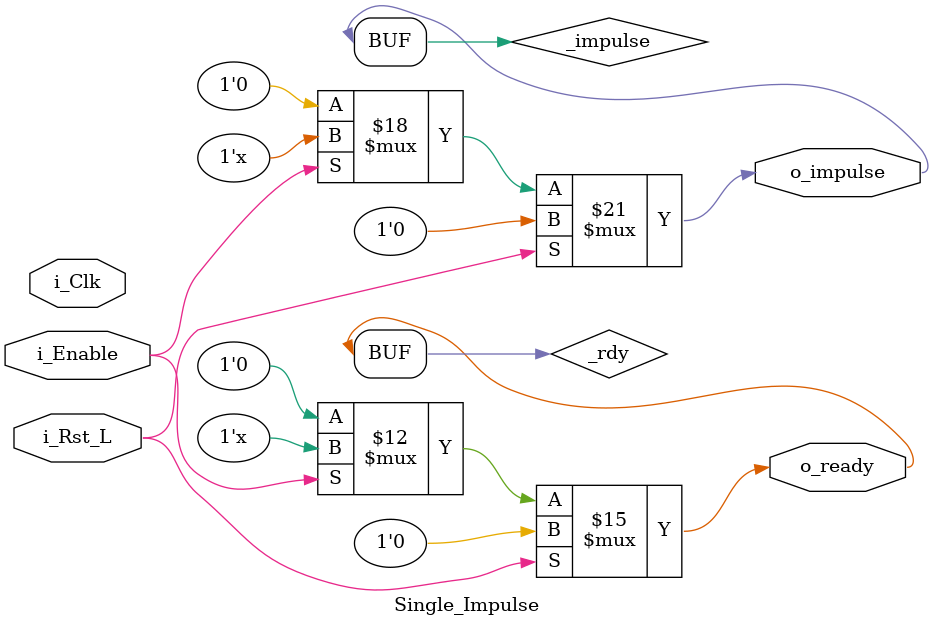
<source format=v>
`timescale 1ns / 1ps
module Single_Impulse
#(
parameter DURATION_NS = 80
)
(
	input i_Clk,
	input i_Rst_L,
	input i_Enable,

	output o_impulse,
	output o_ready
    );
	 
reg [10:0] counter = 0; // 4096 * 10 = 40960 ns = 41 us max

localparam IDLE       = 2'b00;
localparam READY      = 2'b01;
localparam COUNTING   = 2'b10;

assign o_impulse = _impulse;
assign o_ready = _rdy;

reg _impulse = 0;
reg _rdy = 0;

reg [1:0] r_SM_CS = IDLE;
	 
	// 50 MHz = 20ns
	always @(i_Clk or i_Rst_L) begin
		if (i_Rst_L) begin
			_impulse <= 0;
			_rdy <= 0;
			r_SM_CS <= COUNTING;
		end else if (i_Enable) begin
			case (r_SM_CS)   
				IDLE:
					begin
						counter <= 0;
						_impulse <= 0;
						_rdy <= 0;
					end		
				COUNTING:
					begin
						if (counter < DURATION_NS / 10) begin
							counter <= counter + 1;
							_impulse <= 1;
						end else begin
							counter <= 0;
							_rdy <= 1;
							_impulse <= 0;
							r_SM_CS <= READY;
						end
					end
				READY:
					begin
						_rdy <= 0;
						r_SM_CS <= IDLE;
					end
			endcase
		end else begin 
			_impulse <= 0;
			_rdy <= 0;
		end
	end

endmodule

</source>
